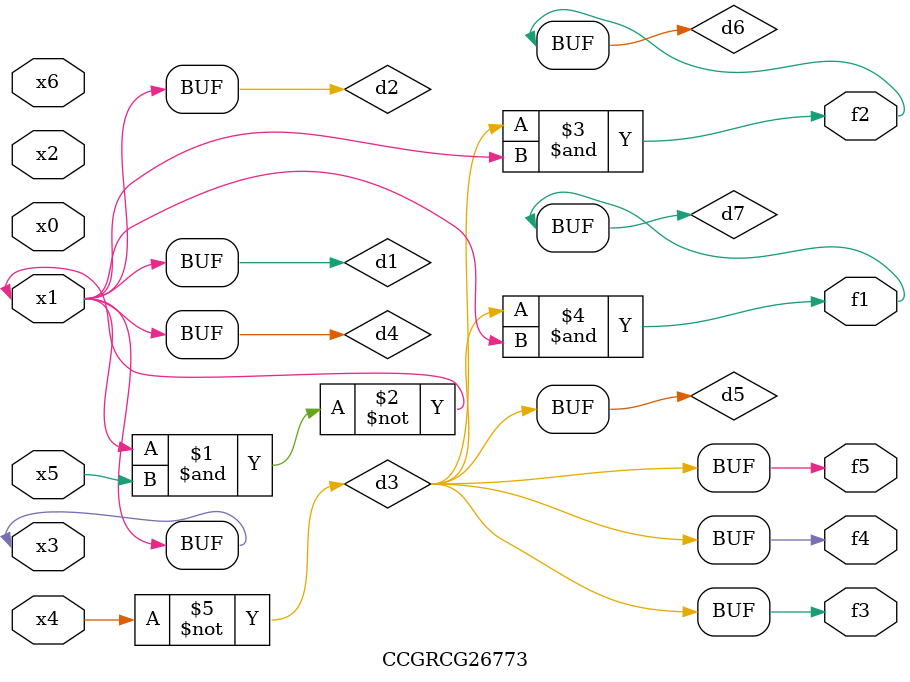
<source format=v>
module CCGRCG26773(
	input x0, x1, x2, x3, x4, x5, x6,
	output f1, f2, f3, f4, f5
);

	wire d1, d2, d3, d4, d5, d6, d7;

	buf (d1, x1, x3);
	nand (d2, x1, x5);
	not (d3, x4);
	buf (d4, d1, d2);
	buf (d5, d3);
	and (d6, d3, d4);
	and (d7, d3, d4);
	assign f1 = d7;
	assign f2 = d6;
	assign f3 = d5;
	assign f4 = d5;
	assign f5 = d5;
endmodule

</source>
